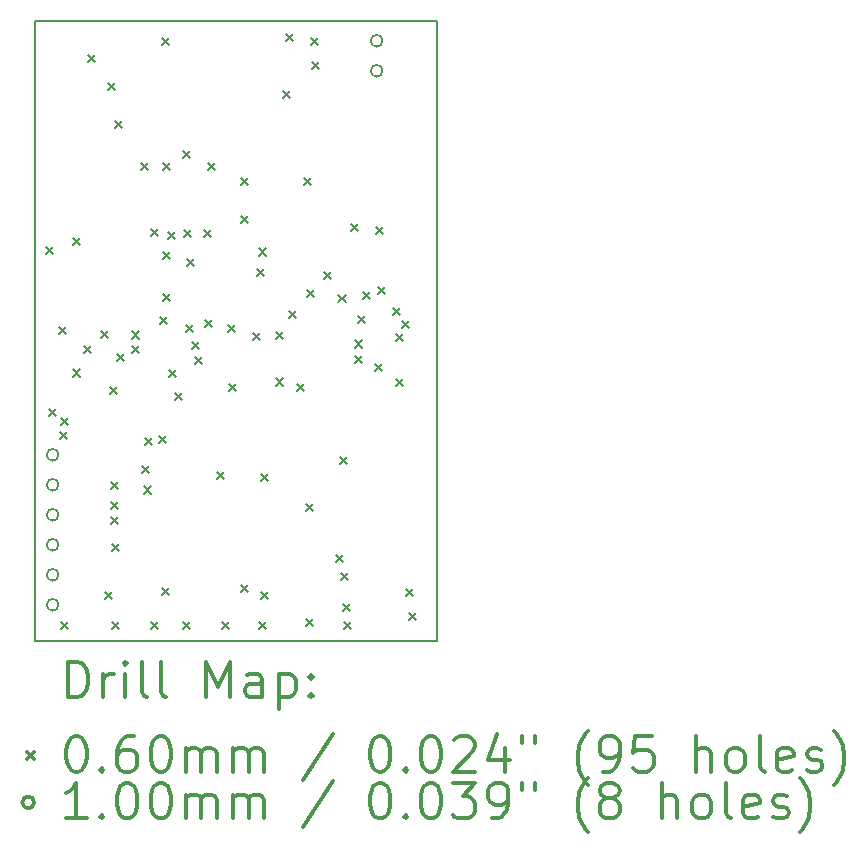
<source format=gbr>
%FSLAX45Y45*%
G04 Gerber Fmt 4.5, Leading zero omitted, Abs format (unit mm)*
G04 Created by KiCad (PCBNEW (5.1.0)-1) date 2019-05-26 23:57:45*
%MOMM*%
%LPD*%
G04 APERTURE LIST*
%ADD10C,0.150000*%
%ADD11C,0.200000*%
%ADD12C,0.300000*%
G04 APERTURE END LIST*
D10*
X13148300Y-13276360D02*
X16551920Y-13276360D01*
X16551920Y-13276360D02*
X16551920Y-8024360D01*
X16551920Y-8024360D02*
X13148300Y-8024360D01*
X13148300Y-8024360D02*
X13148300Y-13276360D01*
D11*
X13242760Y-9936462D02*
X13302760Y-9996462D01*
X13302760Y-9936462D02*
X13242760Y-9996462D01*
X13266900Y-11311100D02*
X13326900Y-11371100D01*
X13326900Y-11311100D02*
X13266900Y-11371100D01*
X13353799Y-10612600D02*
X13413799Y-10672600D01*
X13413799Y-10612600D02*
X13353799Y-10672600D01*
X13355156Y-11507161D02*
X13415156Y-11567161D01*
X13415156Y-11507161D02*
X13355156Y-11567161D01*
X13368500Y-11387300D02*
X13428500Y-11447300D01*
X13428500Y-11387300D02*
X13368500Y-11447300D01*
X13368500Y-13114500D02*
X13428500Y-13174500D01*
X13428500Y-13114500D02*
X13368500Y-13174500D01*
X13470100Y-9863300D02*
X13530100Y-9923300D01*
X13530100Y-9863300D02*
X13470100Y-9923300D01*
X13471822Y-10974393D02*
X13531822Y-11034393D01*
X13531822Y-10974393D02*
X13471822Y-11034393D01*
X13559000Y-10777700D02*
X13619000Y-10837700D01*
X13619000Y-10777700D02*
X13559000Y-10837700D01*
X13597100Y-8313900D02*
X13657100Y-8373900D01*
X13657100Y-8313900D02*
X13597100Y-8373900D01*
X13709659Y-10650700D02*
X13769659Y-10710700D01*
X13769659Y-10650700D02*
X13709659Y-10710700D01*
X13736800Y-12860500D02*
X13796800Y-12920500D01*
X13796800Y-12860500D02*
X13736800Y-12920500D01*
X13763460Y-8549620D02*
X13823460Y-8609620D01*
X13823460Y-8549620D02*
X13763460Y-8609620D01*
X13778820Y-11124520D02*
X13838820Y-11184520D01*
X13838820Y-11124520D02*
X13778820Y-11184520D01*
X13787600Y-11926800D02*
X13847600Y-11986800D01*
X13847600Y-11926800D02*
X13787600Y-11986800D01*
X13787600Y-12098500D02*
X13847600Y-12158500D01*
X13847600Y-12098500D02*
X13787600Y-12158500D01*
X13787600Y-12225500D02*
X13847600Y-12285500D01*
X13847600Y-12225500D02*
X13787600Y-12285500D01*
X13800300Y-12454100D02*
X13860300Y-12514100D01*
X13860300Y-12454100D02*
X13800300Y-12514100D01*
X13800300Y-13114500D02*
X13860300Y-13174500D01*
X13860300Y-13114500D02*
X13800300Y-13174500D01*
X13825700Y-8872700D02*
X13885700Y-8932700D01*
X13885700Y-8872700D02*
X13825700Y-8932700D01*
X13838330Y-10841280D02*
X13898330Y-10901280D01*
X13898330Y-10841280D02*
X13838330Y-10901280D01*
X13968019Y-10773669D02*
X14028019Y-10833669D01*
X14028019Y-10773669D02*
X13968019Y-10833669D01*
X13968461Y-10653028D02*
X14028461Y-10713028D01*
X14028461Y-10653028D02*
X13968461Y-10713028D01*
X14042860Y-9222720D02*
X14102860Y-9282720D01*
X14102860Y-9222720D02*
X14042860Y-9282720D01*
X14054300Y-11793700D02*
X14114300Y-11853700D01*
X14114300Y-11793700D02*
X14054300Y-11853700D01*
X14073418Y-11964938D02*
X14133418Y-12024938D01*
X14133418Y-11964938D02*
X14073418Y-12024938D01*
X14076356Y-11555744D02*
X14136356Y-11615744D01*
X14136356Y-11555744D02*
X14076356Y-11615744D01*
X14130500Y-13114500D02*
X14190500Y-13174500D01*
X14190500Y-13114500D02*
X14130500Y-13174500D01*
X14132828Y-9788540D02*
X14192828Y-9848540D01*
X14192828Y-9788540D02*
X14132828Y-9848540D01*
X14196867Y-11534006D02*
X14256867Y-11594006D01*
X14256867Y-11534006D02*
X14196867Y-11594006D01*
X14207960Y-10530820D02*
X14267960Y-10590820D01*
X14267960Y-10530820D02*
X14207960Y-10590820D01*
X14219400Y-12822400D02*
X14279400Y-12882400D01*
X14279400Y-12822400D02*
X14219400Y-12882400D01*
X14220660Y-8168620D02*
X14280660Y-8228620D01*
X14280660Y-8168620D02*
X14220660Y-8228620D01*
X14232100Y-9977600D02*
X14292100Y-10037600D01*
X14292100Y-9977600D02*
X14232100Y-10037600D01*
X14232100Y-10333199D02*
X14292100Y-10393199D01*
X14292100Y-10333199D02*
X14232100Y-10393199D01*
X14233359Y-9222720D02*
X14293359Y-9282720D01*
X14293359Y-9222720D02*
X14233359Y-9282720D01*
X14270200Y-9812500D02*
X14330200Y-9872500D01*
X14330200Y-9812500D02*
X14270200Y-9872500D01*
X14282900Y-10980901D02*
X14342900Y-11040901D01*
X14342900Y-10980901D02*
X14282900Y-11040901D01*
X14333700Y-11171400D02*
X14393700Y-11231400D01*
X14393700Y-11171400D02*
X14333700Y-11231400D01*
X14397200Y-13114500D02*
X14457200Y-13174500D01*
X14457200Y-13114500D02*
X14397200Y-13174500D01*
X14402780Y-9121120D02*
X14462780Y-9181120D01*
X14462780Y-9121120D02*
X14402780Y-9181120D01*
X14411160Y-9794220D02*
X14471160Y-9854220D01*
X14471160Y-9794220D02*
X14411160Y-9854220D01*
X14424081Y-10594320D02*
X14484081Y-10654320D01*
X14484081Y-10594320D02*
X14424081Y-10654320D01*
X14435300Y-10041100D02*
X14495300Y-10101100D01*
X14495300Y-10041100D02*
X14435300Y-10101100D01*
X14476060Y-10739600D02*
X14536060Y-10799600D01*
X14536060Y-10739600D02*
X14476060Y-10799600D01*
X14498800Y-10868601D02*
X14558800Y-10928601D01*
X14558800Y-10868601D02*
X14498800Y-10928601D01*
X14576260Y-9794220D02*
X14636260Y-9854220D01*
X14636260Y-9794220D02*
X14576260Y-9854220D01*
X14588960Y-10556220D02*
X14648960Y-10616220D01*
X14648960Y-10556220D02*
X14588960Y-10616220D01*
X14614360Y-9222720D02*
X14674360Y-9282720D01*
X14674360Y-9222720D02*
X14614360Y-9282720D01*
X14689300Y-11844500D02*
X14749300Y-11904500D01*
X14749300Y-11844500D02*
X14689300Y-11904500D01*
X14727400Y-13114500D02*
X14787400Y-13174500D01*
X14787400Y-13114500D02*
X14727400Y-13174500D01*
X14779460Y-10594320D02*
X14839460Y-10654320D01*
X14839460Y-10594320D02*
X14779460Y-10654320D01*
X14786330Y-11099772D02*
X14846330Y-11159772D01*
X14846330Y-11099772D02*
X14786330Y-11159772D01*
X14892500Y-9355300D02*
X14952500Y-9415300D01*
X14952500Y-9355300D02*
X14892500Y-9415300D01*
X14892500Y-9672800D02*
X14952500Y-9732800D01*
X14952500Y-9672800D02*
X14892500Y-9732800D01*
X14892500Y-12797000D02*
X14952500Y-12857000D01*
X14952500Y-12797000D02*
X14892500Y-12857000D01*
X14994100Y-10663400D02*
X15054100Y-10723400D01*
X15054100Y-10663400D02*
X14994100Y-10723400D01*
X15030306Y-10120532D02*
X15090306Y-10180532D01*
X15090306Y-10120532D02*
X15030306Y-10180532D01*
X15044900Y-9950051D02*
X15104900Y-10010051D01*
X15104900Y-9950051D02*
X15044900Y-10010051D01*
X15044900Y-13114500D02*
X15104900Y-13174500D01*
X15104900Y-13114500D02*
X15044900Y-13174500D01*
X15057600Y-11857200D02*
X15117600Y-11917200D01*
X15117600Y-11857200D02*
X15057600Y-11917200D01*
X15057600Y-12860500D02*
X15117600Y-12920500D01*
X15117600Y-12860500D02*
X15057600Y-12920500D01*
X15189224Y-10656481D02*
X15249224Y-10716481D01*
X15249224Y-10656481D02*
X15189224Y-10716481D01*
X15190107Y-11050612D02*
X15250107Y-11110612D01*
X15250107Y-11050612D02*
X15190107Y-11110612D01*
X15249360Y-8619960D02*
X15309360Y-8679960D01*
X15309360Y-8619960D02*
X15249360Y-8679960D01*
X15273500Y-8136100D02*
X15333500Y-8196100D01*
X15333500Y-8136100D02*
X15273500Y-8196100D01*
X15297332Y-10482847D02*
X15357332Y-10542847D01*
X15357332Y-10482847D02*
X15297332Y-10542847D01*
X15362400Y-11095200D02*
X15422400Y-11155200D01*
X15422400Y-11095200D02*
X15362400Y-11155200D01*
X15425900Y-9355300D02*
X15485900Y-9415300D01*
X15485900Y-9355300D02*
X15425900Y-9415300D01*
X15438600Y-13089100D02*
X15498600Y-13149100D01*
X15498600Y-13089100D02*
X15438600Y-13149100D01*
X15443801Y-12110076D02*
X15503801Y-12170076D01*
X15503801Y-12110076D02*
X15443801Y-12170076D01*
X15452560Y-10302220D02*
X15512560Y-10362220D01*
X15512560Y-10302220D02*
X15452560Y-10362220D01*
X15482280Y-8167178D02*
X15542280Y-8227178D01*
X15542280Y-8167178D02*
X15482280Y-8227178D01*
X15490661Y-8370220D02*
X15550661Y-8430220D01*
X15550661Y-8370220D02*
X15490661Y-8430220D01*
X15592260Y-10149820D02*
X15652260Y-10209820D01*
X15652260Y-10149820D02*
X15592260Y-10209820D01*
X15692600Y-12543000D02*
X15752600Y-12603000D01*
X15752600Y-12543000D02*
X15692600Y-12603000D01*
X15716279Y-10345900D02*
X15776279Y-10405900D01*
X15776279Y-10345900D02*
X15716279Y-10405900D01*
X15730700Y-11717500D02*
X15790700Y-11777500D01*
X15790700Y-11717500D02*
X15730700Y-11777500D01*
X15739600Y-12699200D02*
X15799600Y-12759200D01*
X15799600Y-12699200D02*
X15739600Y-12759200D01*
X15756100Y-12962099D02*
X15816100Y-13022099D01*
X15816100Y-12962099D02*
X15756100Y-13022099D01*
X15764601Y-13115313D02*
X15824601Y-13175313D01*
X15824601Y-13115313D02*
X15764601Y-13175313D01*
X15820860Y-9743420D02*
X15880860Y-9803420D01*
X15880860Y-9743420D02*
X15820860Y-9803420D01*
X15855451Y-10728901D02*
X15915451Y-10788901D01*
X15915451Y-10728901D02*
X15855451Y-10788901D01*
X15856711Y-10860117D02*
X15916711Y-10920117D01*
X15916711Y-10860117D02*
X15856711Y-10920117D01*
X15880520Y-10521120D02*
X15940520Y-10581120D01*
X15940520Y-10521120D02*
X15880520Y-10581120D01*
X15922992Y-10320457D02*
X15982992Y-10380457D01*
X15982992Y-10320457D02*
X15922992Y-10380457D01*
X16022800Y-10930100D02*
X16082800Y-10990100D01*
X16082800Y-10930100D02*
X16022800Y-10990100D01*
X16036760Y-9768820D02*
X16096760Y-9828820D01*
X16096760Y-9768820D02*
X16036760Y-9828820D01*
X16053260Y-10276170D02*
X16113260Y-10336170D01*
X16113260Y-10276170D02*
X16053260Y-10336170D01*
X16177022Y-10456120D02*
X16237022Y-10516120D01*
X16237022Y-10456120D02*
X16177022Y-10516120D01*
X16201738Y-10676100D02*
X16261738Y-10736100D01*
X16261738Y-10676100D02*
X16201738Y-10736100D01*
X16202601Y-11057100D02*
X16262601Y-11117100D01*
X16262601Y-11057100D02*
X16202601Y-11117100D01*
X16255438Y-10566996D02*
X16315438Y-10626996D01*
X16315438Y-10566996D02*
X16255438Y-10626996D01*
X16289500Y-12835100D02*
X16349500Y-12895100D01*
X16349500Y-12835100D02*
X16289500Y-12895100D01*
X16314900Y-13038299D02*
X16374900Y-13098299D01*
X16374900Y-13038299D02*
X16314900Y-13098299D01*
X16090100Y-8191500D02*
G75*
G03X16090100Y-8191500I-50000J0D01*
G01*
X16090100Y-8445500D02*
G75*
G03X16090100Y-8445500I-50000J0D01*
G01*
X13346900Y-11696700D02*
G75*
G03X13346900Y-11696700I-50000J0D01*
G01*
X13346900Y-11950700D02*
G75*
G03X13346900Y-11950700I-50000J0D01*
G01*
X13346900Y-12204700D02*
G75*
G03X13346900Y-12204700I-50000J0D01*
G01*
X13346900Y-12458700D02*
G75*
G03X13346900Y-12458700I-50000J0D01*
G01*
X13346900Y-12712700D02*
G75*
G03X13346900Y-12712700I-50000J0D01*
G01*
X13346900Y-12966700D02*
G75*
G03X13346900Y-12966700I-50000J0D01*
G01*
D12*
X13427228Y-13749574D02*
X13427228Y-13449574D01*
X13498657Y-13449574D01*
X13541514Y-13463860D01*
X13570086Y-13492431D01*
X13584371Y-13521003D01*
X13598657Y-13578146D01*
X13598657Y-13621003D01*
X13584371Y-13678146D01*
X13570086Y-13706717D01*
X13541514Y-13735289D01*
X13498657Y-13749574D01*
X13427228Y-13749574D01*
X13727228Y-13749574D02*
X13727228Y-13549574D01*
X13727228Y-13606717D02*
X13741514Y-13578146D01*
X13755800Y-13563860D01*
X13784371Y-13549574D01*
X13812943Y-13549574D01*
X13912943Y-13749574D02*
X13912943Y-13549574D01*
X13912943Y-13449574D02*
X13898657Y-13463860D01*
X13912943Y-13478146D01*
X13927228Y-13463860D01*
X13912943Y-13449574D01*
X13912943Y-13478146D01*
X14098657Y-13749574D02*
X14070086Y-13735289D01*
X14055800Y-13706717D01*
X14055800Y-13449574D01*
X14255800Y-13749574D02*
X14227228Y-13735289D01*
X14212943Y-13706717D01*
X14212943Y-13449574D01*
X14598657Y-13749574D02*
X14598657Y-13449574D01*
X14698657Y-13663860D01*
X14798657Y-13449574D01*
X14798657Y-13749574D01*
X15070086Y-13749574D02*
X15070086Y-13592431D01*
X15055800Y-13563860D01*
X15027228Y-13549574D01*
X14970086Y-13549574D01*
X14941514Y-13563860D01*
X15070086Y-13735289D02*
X15041514Y-13749574D01*
X14970086Y-13749574D01*
X14941514Y-13735289D01*
X14927228Y-13706717D01*
X14927228Y-13678146D01*
X14941514Y-13649574D01*
X14970086Y-13635289D01*
X15041514Y-13635289D01*
X15070086Y-13621003D01*
X15212943Y-13549574D02*
X15212943Y-13849574D01*
X15212943Y-13563860D02*
X15241514Y-13549574D01*
X15298657Y-13549574D01*
X15327228Y-13563860D01*
X15341514Y-13578146D01*
X15355800Y-13606717D01*
X15355800Y-13692431D01*
X15341514Y-13721003D01*
X15327228Y-13735289D01*
X15298657Y-13749574D01*
X15241514Y-13749574D01*
X15212943Y-13735289D01*
X15484371Y-13721003D02*
X15498657Y-13735289D01*
X15484371Y-13749574D01*
X15470086Y-13735289D01*
X15484371Y-13721003D01*
X15484371Y-13749574D01*
X15484371Y-13563860D02*
X15498657Y-13578146D01*
X15484371Y-13592431D01*
X15470086Y-13578146D01*
X15484371Y-13563860D01*
X15484371Y-13592431D01*
X13080800Y-14213860D02*
X13140800Y-14273860D01*
X13140800Y-14213860D02*
X13080800Y-14273860D01*
X13484371Y-14079574D02*
X13512943Y-14079574D01*
X13541514Y-14093860D01*
X13555800Y-14108146D01*
X13570086Y-14136717D01*
X13584371Y-14193860D01*
X13584371Y-14265289D01*
X13570086Y-14322431D01*
X13555800Y-14351003D01*
X13541514Y-14365289D01*
X13512943Y-14379574D01*
X13484371Y-14379574D01*
X13455800Y-14365289D01*
X13441514Y-14351003D01*
X13427228Y-14322431D01*
X13412943Y-14265289D01*
X13412943Y-14193860D01*
X13427228Y-14136717D01*
X13441514Y-14108146D01*
X13455800Y-14093860D01*
X13484371Y-14079574D01*
X13712943Y-14351003D02*
X13727228Y-14365289D01*
X13712943Y-14379574D01*
X13698657Y-14365289D01*
X13712943Y-14351003D01*
X13712943Y-14379574D01*
X13984371Y-14079574D02*
X13927228Y-14079574D01*
X13898657Y-14093860D01*
X13884371Y-14108146D01*
X13855800Y-14151003D01*
X13841514Y-14208146D01*
X13841514Y-14322431D01*
X13855800Y-14351003D01*
X13870086Y-14365289D01*
X13898657Y-14379574D01*
X13955800Y-14379574D01*
X13984371Y-14365289D01*
X13998657Y-14351003D01*
X14012943Y-14322431D01*
X14012943Y-14251003D01*
X13998657Y-14222431D01*
X13984371Y-14208146D01*
X13955800Y-14193860D01*
X13898657Y-14193860D01*
X13870086Y-14208146D01*
X13855800Y-14222431D01*
X13841514Y-14251003D01*
X14198657Y-14079574D02*
X14227228Y-14079574D01*
X14255800Y-14093860D01*
X14270086Y-14108146D01*
X14284371Y-14136717D01*
X14298657Y-14193860D01*
X14298657Y-14265289D01*
X14284371Y-14322431D01*
X14270086Y-14351003D01*
X14255800Y-14365289D01*
X14227228Y-14379574D01*
X14198657Y-14379574D01*
X14170086Y-14365289D01*
X14155800Y-14351003D01*
X14141514Y-14322431D01*
X14127228Y-14265289D01*
X14127228Y-14193860D01*
X14141514Y-14136717D01*
X14155800Y-14108146D01*
X14170086Y-14093860D01*
X14198657Y-14079574D01*
X14427228Y-14379574D02*
X14427228Y-14179574D01*
X14427228Y-14208146D02*
X14441514Y-14193860D01*
X14470086Y-14179574D01*
X14512943Y-14179574D01*
X14541514Y-14193860D01*
X14555800Y-14222431D01*
X14555800Y-14379574D01*
X14555800Y-14222431D02*
X14570086Y-14193860D01*
X14598657Y-14179574D01*
X14641514Y-14179574D01*
X14670086Y-14193860D01*
X14684371Y-14222431D01*
X14684371Y-14379574D01*
X14827228Y-14379574D02*
X14827228Y-14179574D01*
X14827228Y-14208146D02*
X14841514Y-14193860D01*
X14870086Y-14179574D01*
X14912943Y-14179574D01*
X14941514Y-14193860D01*
X14955800Y-14222431D01*
X14955800Y-14379574D01*
X14955800Y-14222431D02*
X14970086Y-14193860D01*
X14998657Y-14179574D01*
X15041514Y-14179574D01*
X15070086Y-14193860D01*
X15084371Y-14222431D01*
X15084371Y-14379574D01*
X15670086Y-14065289D02*
X15412943Y-14451003D01*
X16055800Y-14079574D02*
X16084371Y-14079574D01*
X16112943Y-14093860D01*
X16127228Y-14108146D01*
X16141514Y-14136717D01*
X16155800Y-14193860D01*
X16155800Y-14265289D01*
X16141514Y-14322431D01*
X16127228Y-14351003D01*
X16112943Y-14365289D01*
X16084371Y-14379574D01*
X16055800Y-14379574D01*
X16027228Y-14365289D01*
X16012943Y-14351003D01*
X15998657Y-14322431D01*
X15984371Y-14265289D01*
X15984371Y-14193860D01*
X15998657Y-14136717D01*
X16012943Y-14108146D01*
X16027228Y-14093860D01*
X16055800Y-14079574D01*
X16284371Y-14351003D02*
X16298657Y-14365289D01*
X16284371Y-14379574D01*
X16270086Y-14365289D01*
X16284371Y-14351003D01*
X16284371Y-14379574D01*
X16484371Y-14079574D02*
X16512943Y-14079574D01*
X16541514Y-14093860D01*
X16555800Y-14108146D01*
X16570086Y-14136717D01*
X16584371Y-14193860D01*
X16584371Y-14265289D01*
X16570086Y-14322431D01*
X16555800Y-14351003D01*
X16541514Y-14365289D01*
X16512943Y-14379574D01*
X16484371Y-14379574D01*
X16455800Y-14365289D01*
X16441514Y-14351003D01*
X16427228Y-14322431D01*
X16412943Y-14265289D01*
X16412943Y-14193860D01*
X16427228Y-14136717D01*
X16441514Y-14108146D01*
X16455800Y-14093860D01*
X16484371Y-14079574D01*
X16698657Y-14108146D02*
X16712943Y-14093860D01*
X16741514Y-14079574D01*
X16812943Y-14079574D01*
X16841514Y-14093860D01*
X16855800Y-14108146D01*
X16870086Y-14136717D01*
X16870086Y-14165289D01*
X16855800Y-14208146D01*
X16684371Y-14379574D01*
X16870086Y-14379574D01*
X17127228Y-14179574D02*
X17127228Y-14379574D01*
X17055800Y-14065289D02*
X16984371Y-14279574D01*
X17170086Y-14279574D01*
X17270086Y-14079574D02*
X17270086Y-14136717D01*
X17384371Y-14079574D02*
X17384371Y-14136717D01*
X17827228Y-14493860D02*
X17812943Y-14479574D01*
X17784371Y-14436717D01*
X17770086Y-14408146D01*
X17755800Y-14365289D01*
X17741514Y-14293860D01*
X17741514Y-14236717D01*
X17755800Y-14165289D01*
X17770086Y-14122431D01*
X17784371Y-14093860D01*
X17812943Y-14051003D01*
X17827228Y-14036717D01*
X17955800Y-14379574D02*
X18012943Y-14379574D01*
X18041514Y-14365289D01*
X18055800Y-14351003D01*
X18084371Y-14308146D01*
X18098657Y-14251003D01*
X18098657Y-14136717D01*
X18084371Y-14108146D01*
X18070086Y-14093860D01*
X18041514Y-14079574D01*
X17984371Y-14079574D01*
X17955800Y-14093860D01*
X17941514Y-14108146D01*
X17927228Y-14136717D01*
X17927228Y-14208146D01*
X17941514Y-14236717D01*
X17955800Y-14251003D01*
X17984371Y-14265289D01*
X18041514Y-14265289D01*
X18070086Y-14251003D01*
X18084371Y-14236717D01*
X18098657Y-14208146D01*
X18370086Y-14079574D02*
X18227228Y-14079574D01*
X18212943Y-14222431D01*
X18227228Y-14208146D01*
X18255800Y-14193860D01*
X18327228Y-14193860D01*
X18355800Y-14208146D01*
X18370086Y-14222431D01*
X18384371Y-14251003D01*
X18384371Y-14322431D01*
X18370086Y-14351003D01*
X18355800Y-14365289D01*
X18327228Y-14379574D01*
X18255800Y-14379574D01*
X18227228Y-14365289D01*
X18212943Y-14351003D01*
X18741514Y-14379574D02*
X18741514Y-14079574D01*
X18870086Y-14379574D02*
X18870086Y-14222431D01*
X18855800Y-14193860D01*
X18827228Y-14179574D01*
X18784371Y-14179574D01*
X18755800Y-14193860D01*
X18741514Y-14208146D01*
X19055800Y-14379574D02*
X19027228Y-14365289D01*
X19012943Y-14351003D01*
X18998657Y-14322431D01*
X18998657Y-14236717D01*
X19012943Y-14208146D01*
X19027228Y-14193860D01*
X19055800Y-14179574D01*
X19098657Y-14179574D01*
X19127228Y-14193860D01*
X19141514Y-14208146D01*
X19155800Y-14236717D01*
X19155800Y-14322431D01*
X19141514Y-14351003D01*
X19127228Y-14365289D01*
X19098657Y-14379574D01*
X19055800Y-14379574D01*
X19327228Y-14379574D02*
X19298657Y-14365289D01*
X19284371Y-14336717D01*
X19284371Y-14079574D01*
X19555800Y-14365289D02*
X19527228Y-14379574D01*
X19470086Y-14379574D01*
X19441514Y-14365289D01*
X19427228Y-14336717D01*
X19427228Y-14222431D01*
X19441514Y-14193860D01*
X19470086Y-14179574D01*
X19527228Y-14179574D01*
X19555800Y-14193860D01*
X19570086Y-14222431D01*
X19570086Y-14251003D01*
X19427228Y-14279574D01*
X19684371Y-14365289D02*
X19712943Y-14379574D01*
X19770086Y-14379574D01*
X19798657Y-14365289D01*
X19812943Y-14336717D01*
X19812943Y-14322431D01*
X19798657Y-14293860D01*
X19770086Y-14279574D01*
X19727228Y-14279574D01*
X19698657Y-14265289D01*
X19684371Y-14236717D01*
X19684371Y-14222431D01*
X19698657Y-14193860D01*
X19727228Y-14179574D01*
X19770086Y-14179574D01*
X19798657Y-14193860D01*
X19912943Y-14493860D02*
X19927228Y-14479574D01*
X19955800Y-14436717D01*
X19970086Y-14408146D01*
X19984371Y-14365289D01*
X19998657Y-14293860D01*
X19998657Y-14236717D01*
X19984371Y-14165289D01*
X19970086Y-14122431D01*
X19955800Y-14093860D01*
X19927228Y-14051003D01*
X19912943Y-14036717D01*
X13140800Y-14639860D02*
G75*
G03X13140800Y-14639860I-50000J0D01*
G01*
X13584371Y-14775574D02*
X13412943Y-14775574D01*
X13498657Y-14775574D02*
X13498657Y-14475574D01*
X13470086Y-14518431D01*
X13441514Y-14547003D01*
X13412943Y-14561289D01*
X13712943Y-14747003D02*
X13727228Y-14761289D01*
X13712943Y-14775574D01*
X13698657Y-14761289D01*
X13712943Y-14747003D01*
X13712943Y-14775574D01*
X13912943Y-14475574D02*
X13941514Y-14475574D01*
X13970086Y-14489860D01*
X13984371Y-14504146D01*
X13998657Y-14532717D01*
X14012943Y-14589860D01*
X14012943Y-14661289D01*
X13998657Y-14718431D01*
X13984371Y-14747003D01*
X13970086Y-14761289D01*
X13941514Y-14775574D01*
X13912943Y-14775574D01*
X13884371Y-14761289D01*
X13870086Y-14747003D01*
X13855800Y-14718431D01*
X13841514Y-14661289D01*
X13841514Y-14589860D01*
X13855800Y-14532717D01*
X13870086Y-14504146D01*
X13884371Y-14489860D01*
X13912943Y-14475574D01*
X14198657Y-14475574D02*
X14227228Y-14475574D01*
X14255800Y-14489860D01*
X14270086Y-14504146D01*
X14284371Y-14532717D01*
X14298657Y-14589860D01*
X14298657Y-14661289D01*
X14284371Y-14718431D01*
X14270086Y-14747003D01*
X14255800Y-14761289D01*
X14227228Y-14775574D01*
X14198657Y-14775574D01*
X14170086Y-14761289D01*
X14155800Y-14747003D01*
X14141514Y-14718431D01*
X14127228Y-14661289D01*
X14127228Y-14589860D01*
X14141514Y-14532717D01*
X14155800Y-14504146D01*
X14170086Y-14489860D01*
X14198657Y-14475574D01*
X14427228Y-14775574D02*
X14427228Y-14575574D01*
X14427228Y-14604146D02*
X14441514Y-14589860D01*
X14470086Y-14575574D01*
X14512943Y-14575574D01*
X14541514Y-14589860D01*
X14555800Y-14618431D01*
X14555800Y-14775574D01*
X14555800Y-14618431D02*
X14570086Y-14589860D01*
X14598657Y-14575574D01*
X14641514Y-14575574D01*
X14670086Y-14589860D01*
X14684371Y-14618431D01*
X14684371Y-14775574D01*
X14827228Y-14775574D02*
X14827228Y-14575574D01*
X14827228Y-14604146D02*
X14841514Y-14589860D01*
X14870086Y-14575574D01*
X14912943Y-14575574D01*
X14941514Y-14589860D01*
X14955800Y-14618431D01*
X14955800Y-14775574D01*
X14955800Y-14618431D02*
X14970086Y-14589860D01*
X14998657Y-14575574D01*
X15041514Y-14575574D01*
X15070086Y-14589860D01*
X15084371Y-14618431D01*
X15084371Y-14775574D01*
X15670086Y-14461289D02*
X15412943Y-14847003D01*
X16055800Y-14475574D02*
X16084371Y-14475574D01*
X16112943Y-14489860D01*
X16127228Y-14504146D01*
X16141514Y-14532717D01*
X16155800Y-14589860D01*
X16155800Y-14661289D01*
X16141514Y-14718431D01*
X16127228Y-14747003D01*
X16112943Y-14761289D01*
X16084371Y-14775574D01*
X16055800Y-14775574D01*
X16027228Y-14761289D01*
X16012943Y-14747003D01*
X15998657Y-14718431D01*
X15984371Y-14661289D01*
X15984371Y-14589860D01*
X15998657Y-14532717D01*
X16012943Y-14504146D01*
X16027228Y-14489860D01*
X16055800Y-14475574D01*
X16284371Y-14747003D02*
X16298657Y-14761289D01*
X16284371Y-14775574D01*
X16270086Y-14761289D01*
X16284371Y-14747003D01*
X16284371Y-14775574D01*
X16484371Y-14475574D02*
X16512943Y-14475574D01*
X16541514Y-14489860D01*
X16555800Y-14504146D01*
X16570086Y-14532717D01*
X16584371Y-14589860D01*
X16584371Y-14661289D01*
X16570086Y-14718431D01*
X16555800Y-14747003D01*
X16541514Y-14761289D01*
X16512943Y-14775574D01*
X16484371Y-14775574D01*
X16455800Y-14761289D01*
X16441514Y-14747003D01*
X16427228Y-14718431D01*
X16412943Y-14661289D01*
X16412943Y-14589860D01*
X16427228Y-14532717D01*
X16441514Y-14504146D01*
X16455800Y-14489860D01*
X16484371Y-14475574D01*
X16684371Y-14475574D02*
X16870086Y-14475574D01*
X16770086Y-14589860D01*
X16812943Y-14589860D01*
X16841514Y-14604146D01*
X16855800Y-14618431D01*
X16870086Y-14647003D01*
X16870086Y-14718431D01*
X16855800Y-14747003D01*
X16841514Y-14761289D01*
X16812943Y-14775574D01*
X16727228Y-14775574D01*
X16698657Y-14761289D01*
X16684371Y-14747003D01*
X17012943Y-14775574D02*
X17070086Y-14775574D01*
X17098657Y-14761289D01*
X17112943Y-14747003D01*
X17141514Y-14704146D01*
X17155800Y-14647003D01*
X17155800Y-14532717D01*
X17141514Y-14504146D01*
X17127228Y-14489860D01*
X17098657Y-14475574D01*
X17041514Y-14475574D01*
X17012943Y-14489860D01*
X16998657Y-14504146D01*
X16984371Y-14532717D01*
X16984371Y-14604146D01*
X16998657Y-14632717D01*
X17012943Y-14647003D01*
X17041514Y-14661289D01*
X17098657Y-14661289D01*
X17127228Y-14647003D01*
X17141514Y-14632717D01*
X17155800Y-14604146D01*
X17270086Y-14475574D02*
X17270086Y-14532717D01*
X17384371Y-14475574D02*
X17384371Y-14532717D01*
X17827228Y-14889860D02*
X17812943Y-14875574D01*
X17784371Y-14832717D01*
X17770086Y-14804146D01*
X17755800Y-14761289D01*
X17741514Y-14689860D01*
X17741514Y-14632717D01*
X17755800Y-14561289D01*
X17770086Y-14518431D01*
X17784371Y-14489860D01*
X17812943Y-14447003D01*
X17827228Y-14432717D01*
X17984371Y-14604146D02*
X17955800Y-14589860D01*
X17941514Y-14575574D01*
X17927228Y-14547003D01*
X17927228Y-14532717D01*
X17941514Y-14504146D01*
X17955800Y-14489860D01*
X17984371Y-14475574D01*
X18041514Y-14475574D01*
X18070086Y-14489860D01*
X18084371Y-14504146D01*
X18098657Y-14532717D01*
X18098657Y-14547003D01*
X18084371Y-14575574D01*
X18070086Y-14589860D01*
X18041514Y-14604146D01*
X17984371Y-14604146D01*
X17955800Y-14618431D01*
X17941514Y-14632717D01*
X17927228Y-14661289D01*
X17927228Y-14718431D01*
X17941514Y-14747003D01*
X17955800Y-14761289D01*
X17984371Y-14775574D01*
X18041514Y-14775574D01*
X18070086Y-14761289D01*
X18084371Y-14747003D01*
X18098657Y-14718431D01*
X18098657Y-14661289D01*
X18084371Y-14632717D01*
X18070086Y-14618431D01*
X18041514Y-14604146D01*
X18455800Y-14775574D02*
X18455800Y-14475574D01*
X18584371Y-14775574D02*
X18584371Y-14618431D01*
X18570086Y-14589860D01*
X18541514Y-14575574D01*
X18498657Y-14575574D01*
X18470086Y-14589860D01*
X18455800Y-14604146D01*
X18770086Y-14775574D02*
X18741514Y-14761289D01*
X18727228Y-14747003D01*
X18712943Y-14718431D01*
X18712943Y-14632717D01*
X18727228Y-14604146D01*
X18741514Y-14589860D01*
X18770086Y-14575574D01*
X18812943Y-14575574D01*
X18841514Y-14589860D01*
X18855800Y-14604146D01*
X18870086Y-14632717D01*
X18870086Y-14718431D01*
X18855800Y-14747003D01*
X18841514Y-14761289D01*
X18812943Y-14775574D01*
X18770086Y-14775574D01*
X19041514Y-14775574D02*
X19012943Y-14761289D01*
X18998657Y-14732717D01*
X18998657Y-14475574D01*
X19270086Y-14761289D02*
X19241514Y-14775574D01*
X19184371Y-14775574D01*
X19155800Y-14761289D01*
X19141514Y-14732717D01*
X19141514Y-14618431D01*
X19155800Y-14589860D01*
X19184371Y-14575574D01*
X19241514Y-14575574D01*
X19270086Y-14589860D01*
X19284371Y-14618431D01*
X19284371Y-14647003D01*
X19141514Y-14675574D01*
X19398657Y-14761289D02*
X19427228Y-14775574D01*
X19484371Y-14775574D01*
X19512943Y-14761289D01*
X19527228Y-14732717D01*
X19527228Y-14718431D01*
X19512943Y-14689860D01*
X19484371Y-14675574D01*
X19441514Y-14675574D01*
X19412943Y-14661289D01*
X19398657Y-14632717D01*
X19398657Y-14618431D01*
X19412943Y-14589860D01*
X19441514Y-14575574D01*
X19484371Y-14575574D01*
X19512943Y-14589860D01*
X19627228Y-14889860D02*
X19641514Y-14875574D01*
X19670086Y-14832717D01*
X19684371Y-14804146D01*
X19698657Y-14761289D01*
X19712943Y-14689860D01*
X19712943Y-14632717D01*
X19698657Y-14561289D01*
X19684371Y-14518431D01*
X19670086Y-14489860D01*
X19641514Y-14447003D01*
X19627228Y-14432717D01*
M02*

</source>
